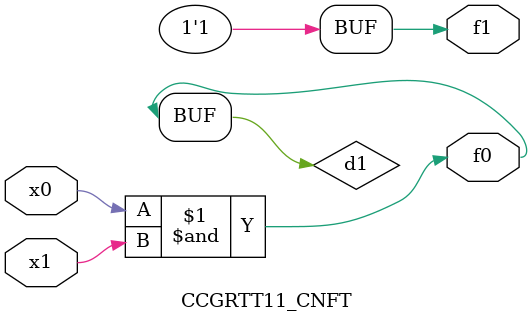
<source format=v>
module CCGRTT11_CNFT(
	input x0, x1,
	output f0, f1
);

	wire d1;

	assign f0 = d1;
	and (d1, x0, x1);
	assign f1 = 1'b1;
endmodule

</source>
